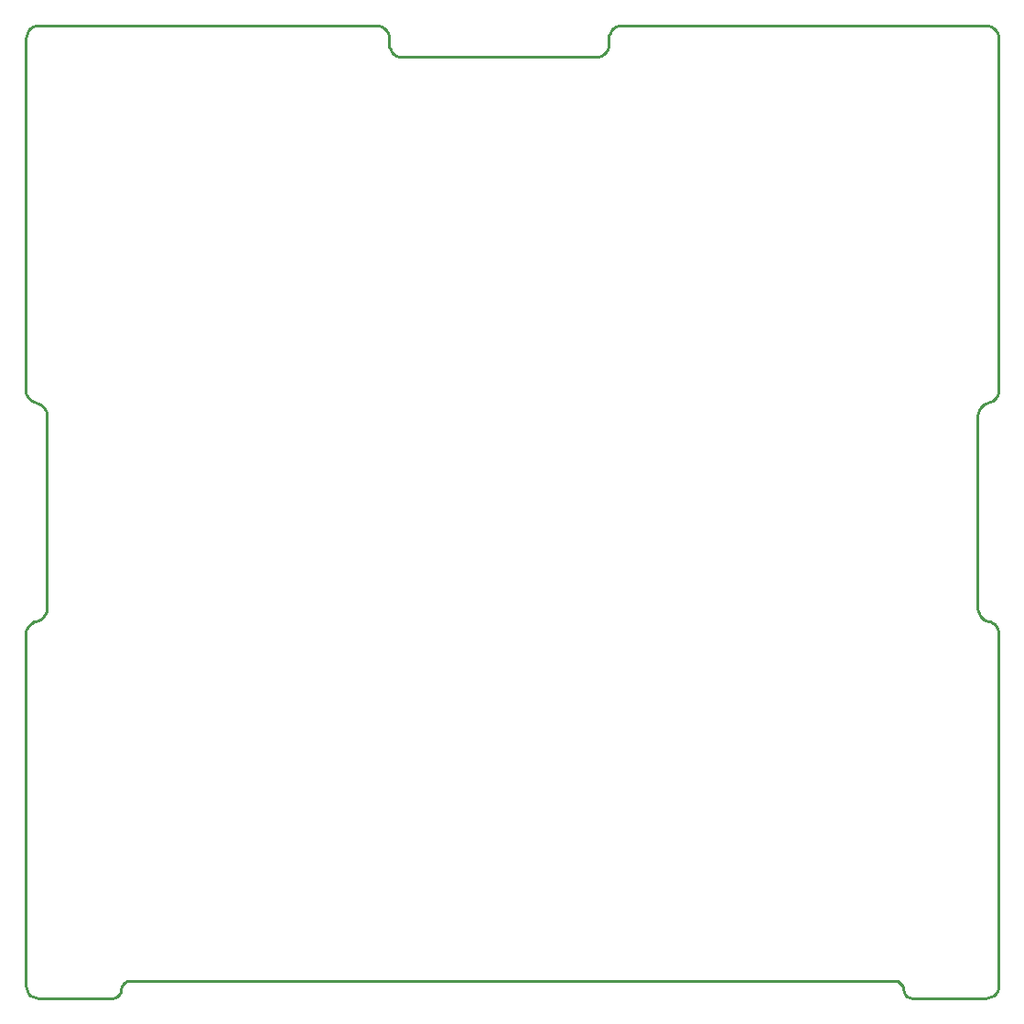
<source format=gbr>
G04*
G04 #@! TF.GenerationSoftware,Altium Limited,Altium Designer,24.1.2 (44)*
G04*
G04 Layer_Color=16711935*
%FSLAX44Y44*%
%MOMM*%
G71*
G04*
G04 #@! TF.SameCoordinates,FF60899B-E9A6-4C8F-AFAD-FD19F3B54CA5*
G04*
G04*
G04 #@! TF.FilePolarity,Positive*
G04*
G01*
G75*
%ADD10C,0.2540*%
D10*
X812000Y8000D02*
X812392Y5528D01*
X813528Y3298D01*
X815298Y1528D01*
X817528Y391D01*
X820000Y0D01*
X812000Y8000D02*
X811609Y10472D01*
X810472Y12702D01*
X808702Y14472D01*
X806472Y15609D01*
X804000Y16000D01*
X80000Y0D02*
X82472Y391D01*
X84702Y1528D01*
X86472Y3298D01*
X87608Y5528D01*
X88000Y8000D01*
X0Y12000D02*
X301Y9330D01*
X1188Y6793D01*
X2618Y4518D01*
X4518Y2618D01*
X6793Y1188D01*
X9330Y301D01*
X12000Y-0D01*
X96000Y16000D02*
X93528Y15609D01*
X91298Y14472D01*
X89528Y12702D01*
X88392Y10472D01*
X88000Y8000D01*
X900000Y888000D02*
X899699Y890670D01*
X898812Y893206D01*
X897382Y895482D01*
X895482Y897382D01*
X893207Y898811D01*
X890670Y899699D01*
X888000Y900000D01*
X19200Y539350D02*
X18962Y541728D01*
X18258Y544011D01*
X17115Y546110D01*
X15579Y547940D01*
X13711Y549430D01*
X11584Y550520D01*
X9284Y551168D01*
X9926Y348928D02*
X7626Y348280D01*
X5500Y347190D01*
X3631Y345700D01*
X2095Y343870D01*
X952Y341771D01*
X248Y339488D01*
X10Y337110D01*
X9284Y348832D02*
X11584Y349479D01*
X13711Y350570D01*
X15579Y352060D01*
X17115Y353890D01*
X18258Y355989D01*
X18962Y358272D01*
X19200Y360650D01*
X890716Y551168D02*
X888416Y550520D01*
X886289Y549430D01*
X884421Y547940D01*
X882885Y546110D01*
X881742Y544011D01*
X881038Y541728D01*
X880800Y539350D01*
Y360650D02*
X881038Y358272D01*
X881742Y355989D01*
X882885Y353890D01*
X884421Y352060D01*
X886289Y350570D01*
X888416Y349479D01*
X890716Y348832D01*
X888000Y-0D02*
X890670Y301D01*
X893207Y1188D01*
X895482Y2618D01*
X897382Y4518D01*
X898812Y6793D01*
X899699Y9330D01*
X900000Y12000D01*
X900010Y337150D02*
X899772Y339528D01*
X899068Y341811D01*
X897925Y343910D01*
X896389Y345740D01*
X894521Y347230D01*
X892394Y348320D01*
X890094Y348968D01*
X890084Y551032D02*
X892384Y551679D01*
X894511Y552770D01*
X896379Y554259D01*
X897915Y556090D01*
X899058Y558189D01*
X899762Y560472D01*
X900000Y562850D01*
X551300Y900000D02*
X548630Y899699D01*
X546093Y898812D01*
X543818Y897382D01*
X541918Y895482D01*
X540488Y893206D01*
X539601Y890670D01*
X539300Y888000D01*
X527300Y870700D02*
X529970Y871001D01*
X532507Y871888D01*
X534782Y873318D01*
X536682Y875218D01*
X538112Y877493D01*
X538999Y880030D01*
X539300Y882700D01*
X336100Y888000D02*
X335799Y890670D01*
X334912Y893206D01*
X333482Y895482D01*
X331582Y897382D01*
X329307Y898812D01*
X326770Y899699D01*
X324100Y900000D01*
X336100Y882700D02*
X336401Y880030D01*
X337288Y877493D01*
X338718Y875218D01*
X340618Y873318D01*
X342893Y871888D01*
X345430Y871001D01*
X348100Y870700D01*
X12000Y900000D02*
X9330Y899699D01*
X6793Y898811D01*
X4518Y897382D01*
X2618Y895482D01*
X1188Y893206D01*
X301Y890670D01*
X0Y888000D01*
X10Y562870D02*
X248Y560492D01*
X952Y558209D01*
X2095Y556110D01*
X3631Y554280D01*
X5500Y552790D01*
X7626Y551699D01*
X9926Y551052D01*
X0Y562660D02*
Y596459D01*
Y740859D02*
Y888570D01*
Y596459D02*
Y740859D01*
X819700Y-0D02*
X888000D01*
X12000D02*
X80800D01*
X96000Y16000D02*
X804000D01*
X551300Y900000D02*
X888000Y900000D01*
X900000Y562910D02*
X900000Y888000D01*
X-0Y337230D02*
X0Y12000D01*
X19200Y360650D02*
Y539350D01*
X880800Y360650D02*
Y539350D01*
X900000Y12000D02*
X900000Y337360D01*
X348100Y870700D02*
X527300D01*
X539300Y882700D02*
Y888000D01*
X12000Y900000D02*
X324100D01*
X336100Y882700D02*
Y888000D01*
M02*

</source>
